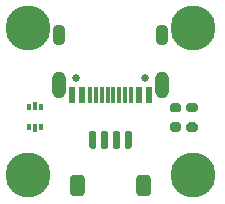
<source format=gbr>
%TF.GenerationSoftware,KiCad,Pcbnew,(5.1.10)-1*%
%TF.CreationDate,2021-07-01T01:20:02+08:00*%
%TF.ProjectId,u1,75312e6b-6963-4616-945f-706362585858,rev?*%
%TF.SameCoordinates,Original*%
%TF.FileFunction,Soldermask,Top*%
%TF.FilePolarity,Negative*%
%FSLAX46Y46*%
G04 Gerber Fmt 4.6, Leading zero omitted, Abs format (unit mm)*
G04 Created by KiCad (PCBNEW (5.1.10)-1) date 2021-07-01 01:20:02*
%MOMM*%
%LPD*%
G01*
G04 APERTURE LIST*
%ADD10R,0.600000X1.450000*%
%ADD11R,0.300000X1.450000*%
%ADD12O,1.200000X2.300000*%
%ADD13C,0.650000*%
%ADD14O,1.100000X1.800000*%
%ADD15C,3.800000*%
%ADD16R,0.375000X0.500000*%
%ADD17R,0.300000X0.650000*%
G04 APERTURE END LIST*
D10*
%TO.C,J1*%
X105750000Y-97745000D03*
X106550000Y-97745000D03*
X111450000Y-97745000D03*
X112250000Y-97745000D03*
X112250000Y-97745000D03*
X111450000Y-97745000D03*
X106550000Y-97745000D03*
X105750000Y-97745000D03*
D11*
X110750000Y-97745000D03*
X110250000Y-97745000D03*
X109750000Y-97745000D03*
X108750000Y-97745000D03*
X108250000Y-97745000D03*
X107750000Y-97745000D03*
X107250000Y-97745000D03*
X109250000Y-97745000D03*
D12*
X104680000Y-96830000D03*
X113320000Y-96830000D03*
D13*
X111890000Y-96300000D03*
D14*
X113320000Y-92650000D03*
D13*
X106110000Y-96300000D03*
D14*
X104680000Y-92650000D03*
%TD*%
D15*
%TO.C,REF\u002A\u002A*%
X116000000Y-104500000D03*
%TD*%
%TO.C,REF\u002A\u002A*%
X102000000Y-104500000D03*
%TD*%
%TO.C,REF\u002A\u002A*%
X116000000Y-92000000D03*
%TD*%
%TO.C,REF\u002A\u002A*%
X102000000Y-92000000D03*
%TD*%
%TO.C,R1*%
G36*
G01*
X114225000Y-98375000D02*
X114775000Y-98375000D01*
G75*
G02*
X114975000Y-98575000I0J-200000D01*
G01*
X114975000Y-98975000D01*
G75*
G02*
X114775000Y-99175000I-200000J0D01*
G01*
X114225000Y-99175000D01*
G75*
G02*
X114025000Y-98975000I0J200000D01*
G01*
X114025000Y-98575000D01*
G75*
G02*
X114225000Y-98375000I200000J0D01*
G01*
G37*
G36*
G01*
X114225000Y-100025000D02*
X114775000Y-100025000D01*
G75*
G02*
X114975000Y-100225000I0J-200000D01*
G01*
X114975000Y-100625000D01*
G75*
G02*
X114775000Y-100825000I-200000J0D01*
G01*
X114225000Y-100825000D01*
G75*
G02*
X114025000Y-100625000I0J200000D01*
G01*
X114025000Y-100225000D01*
G75*
G02*
X114225000Y-100025000I200000J0D01*
G01*
G37*
%TD*%
%TO.C,R2*%
G36*
G01*
X116175000Y-99175000D02*
X115625000Y-99175000D01*
G75*
G02*
X115425000Y-98975000I0J200000D01*
G01*
X115425000Y-98575000D01*
G75*
G02*
X115625000Y-98375000I200000J0D01*
G01*
X116175000Y-98375000D01*
G75*
G02*
X116375000Y-98575000I0J-200000D01*
G01*
X116375000Y-98975000D01*
G75*
G02*
X116175000Y-99175000I-200000J0D01*
G01*
G37*
G36*
G01*
X116175000Y-100825000D02*
X115625000Y-100825000D01*
G75*
G02*
X115425000Y-100625000I0J200000D01*
G01*
X115425000Y-100225000D01*
G75*
G02*
X115625000Y-100025000I200000J0D01*
G01*
X116175000Y-100025000D01*
G75*
G02*
X116375000Y-100225000I0J-200000D01*
G01*
X116375000Y-100625000D01*
G75*
G02*
X116175000Y-100825000I-200000J0D01*
G01*
G37*
%TD*%
D16*
%TO.C,U1*%
X103137500Y-98750000D03*
X102062500Y-98750000D03*
D17*
X102600000Y-100525000D03*
X102600000Y-98675000D03*
D16*
X102062500Y-100450000D03*
X103137500Y-100450000D03*
%TD*%
%TO.C,J2*%
G36*
G01*
X107200000Y-102125000D02*
X107200000Y-100875000D01*
G75*
G02*
X107350000Y-100725000I150000J0D01*
G01*
X107650000Y-100725000D01*
G75*
G02*
X107800000Y-100875000I0J-150000D01*
G01*
X107800000Y-102125000D01*
G75*
G02*
X107650000Y-102275000I-150000J0D01*
G01*
X107350000Y-102275000D01*
G75*
G02*
X107200000Y-102125000I0J150000D01*
G01*
G37*
G36*
G01*
X108200000Y-102125000D02*
X108200000Y-100875000D01*
G75*
G02*
X108350000Y-100725000I150000J0D01*
G01*
X108650000Y-100725000D01*
G75*
G02*
X108800000Y-100875000I0J-150000D01*
G01*
X108800000Y-102125000D01*
G75*
G02*
X108650000Y-102275000I-150000J0D01*
G01*
X108350000Y-102275000D01*
G75*
G02*
X108200000Y-102125000I0J150000D01*
G01*
G37*
G36*
G01*
X109200000Y-102125000D02*
X109200000Y-100875000D01*
G75*
G02*
X109350000Y-100725000I150000J0D01*
G01*
X109650000Y-100725000D01*
G75*
G02*
X109800000Y-100875000I0J-150000D01*
G01*
X109800000Y-102125000D01*
G75*
G02*
X109650000Y-102275000I-150000J0D01*
G01*
X109350000Y-102275000D01*
G75*
G02*
X109200000Y-102125000I0J150000D01*
G01*
G37*
G36*
G01*
X110200000Y-102125000D02*
X110200000Y-100875000D01*
G75*
G02*
X110350000Y-100725000I150000J0D01*
G01*
X110650000Y-100725000D01*
G75*
G02*
X110800000Y-100875000I0J-150000D01*
G01*
X110800000Y-102125000D01*
G75*
G02*
X110650000Y-102275000I-150000J0D01*
G01*
X110350000Y-102275000D01*
G75*
G02*
X110200000Y-102125000I0J150000D01*
G01*
G37*
G36*
G01*
X105600000Y-106025001D02*
X105600000Y-104724999D01*
G75*
G02*
X105849999Y-104475000I249999J0D01*
G01*
X106550001Y-104475000D01*
G75*
G02*
X106800000Y-104724999I0J-249999D01*
G01*
X106800000Y-106025001D01*
G75*
G02*
X106550001Y-106275000I-249999J0D01*
G01*
X105849999Y-106275000D01*
G75*
G02*
X105600000Y-106025001I0J249999D01*
G01*
G37*
G36*
G01*
X111200000Y-106025001D02*
X111200000Y-104724999D01*
G75*
G02*
X111449999Y-104475000I249999J0D01*
G01*
X112150001Y-104475000D01*
G75*
G02*
X112400000Y-104724999I0J-249999D01*
G01*
X112400000Y-106025001D01*
G75*
G02*
X112150001Y-106275000I-249999J0D01*
G01*
X111449999Y-106275000D01*
G75*
G02*
X111200000Y-106025001I0J249999D01*
G01*
G37*
%TD*%
M02*

</source>
